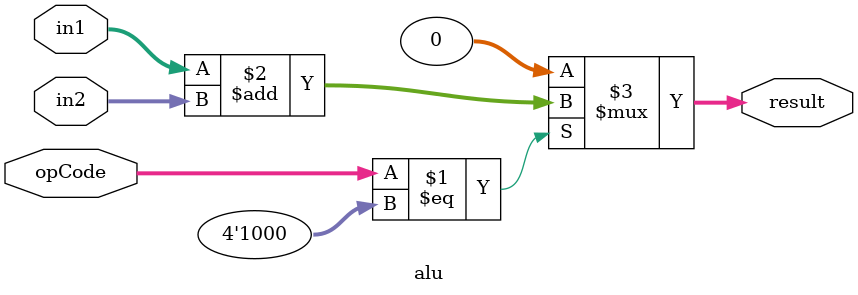
<source format=v>
module alu (input signed [31:0] in1, input signed [31:0] in2, input [3:0] opCode, output signed [31:0] result);

	assign result = opCode == 8 ? in1 + in2 : 0;

endmodule

 
</source>
